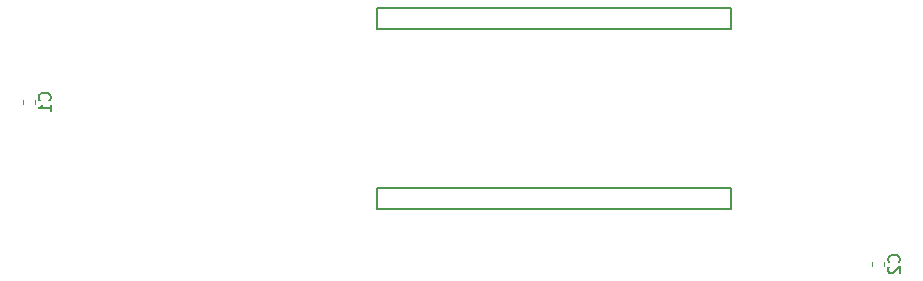
<source format=gbr>
G04 #@! TF.GenerationSoftware,KiCad,Pcbnew,5.1.5+dfsg1-2build2*
G04 #@! TF.CreationDate,2021-08-24T22:34:42-04:00*
G04 #@! TF.ProjectId,U1MB600XL,55314d42-3630-4305-984c-2e6b69636164,1*
G04 #@! TF.SameCoordinates,Original*
G04 #@! TF.FileFunction,Legend,Bot*
G04 #@! TF.FilePolarity,Positive*
%FSLAX46Y46*%
G04 Gerber Fmt 4.6, Leading zero omitted, Abs format (unit mm)*
G04 Created by KiCad (PCBNEW 5.1.5+dfsg1-2build2) date 2021-08-24 22:34:42*
%MOMM*%
%LPD*%
G04 APERTURE LIST*
%ADD10C,0.120000*%
%ADD11C,0.150000*%
G04 APERTURE END LIST*
D10*
X181354000Y-99730779D02*
X181354000Y-99405221D01*
X182374000Y-99730779D02*
X182374000Y-99405221D01*
X110492000Y-85689221D02*
X110492000Y-86014779D01*
X109472000Y-85689221D02*
X109472000Y-86014779D01*
D11*
X139446000Y-79629000D02*
X139446000Y-77851000D01*
X139446000Y-77851000D02*
X169418000Y-77851000D01*
X169418000Y-77851000D02*
X169418000Y-79629000D01*
X169418000Y-79629000D02*
X139446000Y-79629000D01*
X139446000Y-94869000D02*
X139446000Y-93091000D01*
X139446000Y-93091000D02*
X169418000Y-93091000D01*
X169418000Y-93091000D02*
X169418000Y-94869000D01*
X169418000Y-94869000D02*
X139446000Y-94869000D01*
X183651142Y-99401333D02*
X183698761Y-99353714D01*
X183746380Y-99210857D01*
X183746380Y-99115619D01*
X183698761Y-98972761D01*
X183603523Y-98877523D01*
X183508285Y-98829904D01*
X183317809Y-98782285D01*
X183174952Y-98782285D01*
X182984476Y-98829904D01*
X182889238Y-98877523D01*
X182794000Y-98972761D01*
X182746380Y-99115619D01*
X182746380Y-99210857D01*
X182794000Y-99353714D01*
X182841619Y-99401333D01*
X182841619Y-99782285D02*
X182794000Y-99829904D01*
X182746380Y-99925142D01*
X182746380Y-100163238D01*
X182794000Y-100258476D01*
X182841619Y-100306095D01*
X182936857Y-100353714D01*
X183032095Y-100353714D01*
X183174952Y-100306095D01*
X183746380Y-99734666D01*
X183746380Y-100353714D01*
X111736142Y-85685333D02*
X111783761Y-85637714D01*
X111831380Y-85494857D01*
X111831380Y-85399619D01*
X111783761Y-85256761D01*
X111688523Y-85161523D01*
X111593285Y-85113904D01*
X111402809Y-85066285D01*
X111259952Y-85066285D01*
X111069476Y-85113904D01*
X110974238Y-85161523D01*
X110879000Y-85256761D01*
X110831380Y-85399619D01*
X110831380Y-85494857D01*
X110879000Y-85637714D01*
X110926619Y-85685333D01*
X111831380Y-86637714D02*
X111831380Y-86066285D01*
X111831380Y-86352000D02*
X110831380Y-86352000D01*
X110974238Y-86256761D01*
X111069476Y-86161523D01*
X111117095Y-86066285D01*
M02*

</source>
